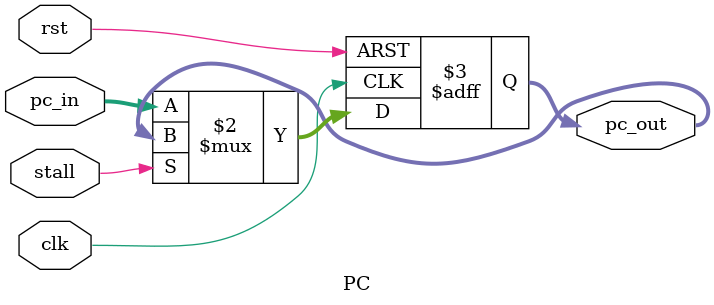
<source format=v>
module PC (
    input clk,
    input rst,
    input stall,
    input [31:0] pc_in,
    output reg [31:0]pc_out
);

always@(posedge clk or posedge rst)begin
    if(rst)
        pc_out <= 32'b0;
    else
        pc_out <= (stall) ? pc_out :pc_in;
end

endmodule 

</source>
